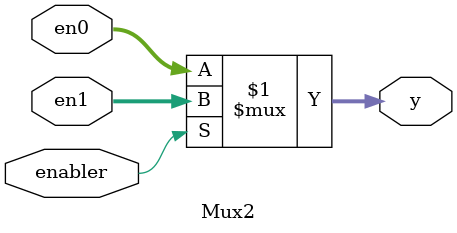
<source format=sv>
module Mux2(input logic [3:0] en0, en1, input logic enabler, output logic [3:0] y);
	assign y = enabler ? en1 : en0;
endmodule

</source>
